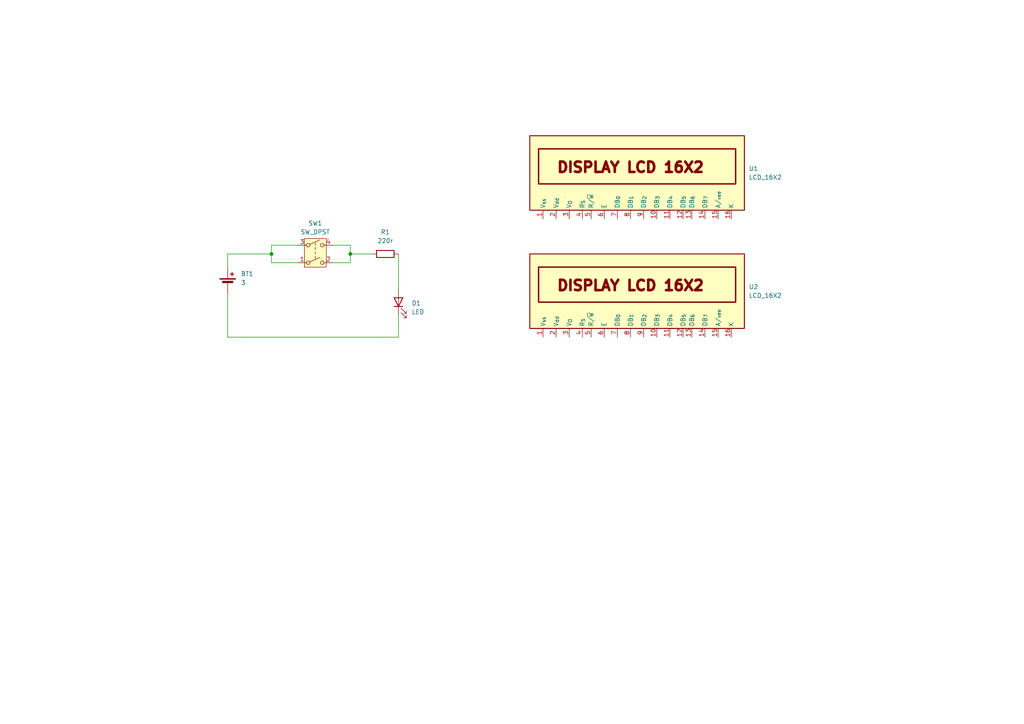
<source format=kicad_sch>
(kicad_sch
	(version 20231120)
	(generator "eeschema")
	(generator_version "8.0")
	(uuid "c0ea3d43-a3f7-4350-879c-bb04e86ffdf1")
	(paper "A4")
	(lib_symbols
		(symbol "Clemonini_Lbrary:DISPLAY_LCD_16X2"
			(exclude_from_sim no)
			(in_bom yes)
			(on_board yes)
			(property "Reference" "U"
				(at 1.016 22.86 0)
				(effects
					(font
						(size 1.27 1.27)
					)
				)
			)
			(property "Value" "LCD_16X2"
				(at 5.08 32.258 0)
				(effects
					(font
						(size 1.27 1.27)
					)
				)
			)
			(property "Footprint" ""
				(at 0 0 0)
				(effects
					(font
						(size 1.27 1.27)
					)
					(hide yes)
				)
			)
			(property "Datasheet" "https://www.vishay.com/docs/37423/lcd016n002l1.pdf"
				(at 27.432 25.908 0)
				(effects
					(font
						(size 1.27 1.27)
					)
					(hide yes)
				)
			)
			(property "Description" "Display lcd"
				(at 5.588 29.21 0)
				(effects
					(font
						(size 1.27 1.27)
					)
					(hide yes)
				)
			)
			(symbol "DISPLAY_LCD_16X2_0_1"
				(rectangle
					(start 10.16 3.81)
					(end 10.16 3.81)
					(stroke
						(width 0)
						(type default)
					)
					(fill
						(type none)
					)
				)
				(rectangle
					(start 62.23 16.51)
					(end 62.23 16.51)
					(stroke
						(width 0)
						(type default)
					)
					(fill
						(type none)
					)
				)
			)
			(symbol "DISPLAY_LCD_16X2_1_1"
				(rectangle
					(start 0 21.59)
					(end 62.23 0)
					(stroke
						(width 0.3)
						(type default)
					)
					(fill
						(type background)
					)
				)
				(rectangle
					(start 2.54 17.78)
					(end 59.69 7.62)
					(stroke
						(width 0.4)
						(type default)
					)
					(fill
						(type none)
					)
				)
				(text "DISPLAY LCD 16X2"
					(at 29.21 12.446 0)
					(effects
						(font
							(size 3 3)
							(thickness 1)
						)
					)
				)
				(pin power_out line
					(at 3.81 -2.54 90)
					(length 2.54)
					(name "V_{ss}"
						(effects
							(font
								(size 1.27 1.27)
							)
						)
					)
					(number "1"
						(effects
							(font
								(size 1.27 1.27)
							)
						)
					)
				)
				(pin bidirectional line
					(at 36.83 -2.54 90)
					(length 2.54)
					(name "DB_{3}"
						(effects
							(font
								(size 1.27 1.27)
							)
						)
					)
					(number "10"
						(effects
							(font
								(size 1.27 1.27)
							)
						)
					)
				)
				(pin bidirectional line
					(at 40.64 -2.54 90)
					(length 2.54)
					(name "DB_{4}"
						(effects
							(font
								(size 1.27 1.27)
							)
						)
					)
					(number "11"
						(effects
							(font
								(size 1.27 1.27)
							)
						)
					)
				)
				(pin bidirectional line
					(at 44.45 -2.54 90)
					(length 2.54)
					(name "DB_{5}"
						(effects
							(font
								(size 1.27 1.27)
							)
						)
					)
					(number "12"
						(effects
							(font
								(size 1.27 1.27)
							)
						)
					)
				)
				(pin bidirectional line
					(at 46.99 -2.54 90)
					(length 2.54)
					(name "DB_{6}"
						(effects
							(font
								(size 1.27 1.27)
							)
						)
					)
					(number "13"
						(effects
							(font
								(size 1.27 1.27)
							)
						)
					)
				)
				(pin bidirectional line
					(at 50.8 -2.54 90)
					(length 2.54)
					(name "DB_{7}"
						(effects
							(font
								(size 1.27 1.27)
							)
						)
					)
					(number "14"
						(effects
							(font
								(size 1.27 1.27)
							)
						)
					)
				)
				(pin power_in line
					(at 54.61 -2.54 90)
					(length 2.54)
					(name "A/_{vee}"
						(effects
							(font
								(size 1.27 1.27)
							)
						)
					)
					(number "15"
						(effects
							(font
								(size 1.27 1.27)
							)
						)
					)
				)
				(pin power_in line
					(at 58.42 -2.54 90)
					(length 2.54)
					(name "K"
						(effects
							(font
								(size 1.27 1.27)
							)
						)
					)
					(number "16"
						(effects
							(font
								(size 1.27 1.27)
							)
						)
					)
				)
				(pin power_in line
					(at 7.62 -2.54 90)
					(length 2.54)
					(name "V_{dd}"
						(effects
							(font
								(size 1.27 1.27)
							)
						)
					)
					(number "2"
						(effects
							(font
								(size 1.27 1.27)
							)
						)
					)
				)
				(pin input line
					(at 11.43 -2.54 90)
					(length 2.54)
					(name "V_{O}"
						(effects
							(font
								(size 1.27 1.27)
							)
						)
					)
					(number "3"
						(effects
							(font
								(size 1.27 1.27)
							)
						)
					)
				)
				(pin input line
					(at 15.24 -2.54 90)
					(length 2.54)
					(name "R_{S}"
						(effects
							(font
								(size 1.27 1.27)
							)
						)
					)
					(number "4"
						(effects
							(font
								(size 1.27 1.27)
							)
						)
					)
				)
				(pin input line
					(at 17.78 -2.54 90)
					(length 2.54)
					(name "R/~{W}"
						(effects
							(font
								(size 1.27 1.27)
							)
						)
					)
					(number "5"
						(effects
							(font
								(size 1.27 1.27)
							)
						)
					)
				)
				(pin bidirectional line
					(at 21.59 -2.54 90)
					(length 2.54)
					(name "E"
						(effects
							(font
								(size 1.27 1.27)
							)
						)
					)
					(number "6"
						(effects
							(font
								(size 1.27 1.27)
							)
						)
					)
				)
				(pin bidirectional line
					(at 25.4 -2.54 90)
					(length 2.54)
					(name "DB_{0}"
						(effects
							(font
								(size 1.27 1.27)
							)
						)
					)
					(number "7"
						(effects
							(font
								(size 1.27 1.27)
							)
						)
					)
				)
				(pin bidirectional line
					(at 29.21 -2.54 90)
					(length 2.54)
					(name "DB_{1}"
						(effects
							(font
								(size 1.27 1.27)
							)
						)
					)
					(number "8"
						(effects
							(font
								(size 1.27 1.27)
							)
						)
					)
				)
				(pin bidirectional line
					(at 33.02 -2.54 90)
					(length 2.54)
					(name "DB_{2}"
						(effects
							(font
								(size 1.27 1.27)
							)
						)
					)
					(number "9"
						(effects
							(font
								(size 1.27 1.27)
							)
						)
					)
				)
			)
		)
		(symbol "Device:Battery_Cell"
			(pin_numbers hide)
			(pin_names
				(offset 0) hide)
			(exclude_from_sim no)
			(in_bom yes)
			(on_board yes)
			(property "Reference" "BT"
				(at 2.54 2.54 0)
				(effects
					(font
						(size 1.27 1.27)
					)
					(justify left)
				)
			)
			(property "Value" "Battery_Cell"
				(at 2.54 0 0)
				(effects
					(font
						(size 1.27 1.27)
					)
					(justify left)
				)
			)
			(property "Footprint" ""
				(at 0 1.524 90)
				(effects
					(font
						(size 1.27 1.27)
					)
					(hide yes)
				)
			)
			(property "Datasheet" "~"
				(at 0 1.524 90)
				(effects
					(font
						(size 1.27 1.27)
					)
					(hide yes)
				)
			)
			(property "Description" "Single-cell battery"
				(at 0 0 0)
				(effects
					(font
						(size 1.27 1.27)
					)
					(hide yes)
				)
			)
			(property "ki_keywords" "battery cell"
				(at 0 0 0)
				(effects
					(font
						(size 1.27 1.27)
					)
					(hide yes)
				)
			)
			(symbol "Battery_Cell_0_1"
				(rectangle
					(start -2.286 1.778)
					(end 2.286 1.524)
					(stroke
						(width 0)
						(type default)
					)
					(fill
						(type outline)
					)
				)
				(rectangle
					(start -1.524 1.016)
					(end 1.524 0.508)
					(stroke
						(width 0)
						(type default)
					)
					(fill
						(type outline)
					)
				)
				(polyline
					(pts
						(xy 0 0.762) (xy 0 0)
					)
					(stroke
						(width 0)
						(type default)
					)
					(fill
						(type none)
					)
				)
				(polyline
					(pts
						(xy 0 1.778) (xy 0 2.54)
					)
					(stroke
						(width 0)
						(type default)
					)
					(fill
						(type none)
					)
				)
				(polyline
					(pts
						(xy 0.762 3.048) (xy 1.778 3.048)
					)
					(stroke
						(width 0.254)
						(type default)
					)
					(fill
						(type none)
					)
				)
				(polyline
					(pts
						(xy 1.27 3.556) (xy 1.27 2.54)
					)
					(stroke
						(width 0.254)
						(type default)
					)
					(fill
						(type none)
					)
				)
			)
			(symbol "Battery_Cell_1_1"
				(pin passive line
					(at 0 5.08 270)
					(length 2.54)
					(name "+"
						(effects
							(font
								(size 1.27 1.27)
							)
						)
					)
					(number "1"
						(effects
							(font
								(size 1.27 1.27)
							)
						)
					)
				)
				(pin passive line
					(at 0 -2.54 90)
					(length 2.54)
					(name "-"
						(effects
							(font
								(size 1.27 1.27)
							)
						)
					)
					(number "2"
						(effects
							(font
								(size 1.27 1.27)
							)
						)
					)
				)
			)
		)
		(symbol "Device:LED"
			(pin_numbers hide)
			(pin_names
				(offset 1.016) hide)
			(exclude_from_sim no)
			(in_bom yes)
			(on_board yes)
			(property "Reference" "D"
				(at 0 2.54 0)
				(effects
					(font
						(size 1.27 1.27)
					)
				)
			)
			(property "Value" "LED"
				(at 0 -2.54 0)
				(effects
					(font
						(size 1.27 1.27)
					)
				)
			)
			(property "Footprint" ""
				(at 0 0 0)
				(effects
					(font
						(size 1.27 1.27)
					)
					(hide yes)
				)
			)
			(property "Datasheet" "~"
				(at 0 0 0)
				(effects
					(font
						(size 1.27 1.27)
					)
					(hide yes)
				)
			)
			(property "Description" "Light emitting diode"
				(at 0 0 0)
				(effects
					(font
						(size 1.27 1.27)
					)
					(hide yes)
				)
			)
			(property "ki_keywords" "LED diode"
				(at 0 0 0)
				(effects
					(font
						(size 1.27 1.27)
					)
					(hide yes)
				)
			)
			(property "ki_fp_filters" "LED* LED_SMD:* LED_THT:*"
				(at 0 0 0)
				(effects
					(font
						(size 1.27 1.27)
					)
					(hide yes)
				)
			)
			(symbol "LED_0_1"
				(polyline
					(pts
						(xy -1.27 -1.27) (xy -1.27 1.27)
					)
					(stroke
						(width 0.254)
						(type default)
					)
					(fill
						(type none)
					)
				)
				(polyline
					(pts
						(xy -1.27 0) (xy 1.27 0)
					)
					(stroke
						(width 0)
						(type default)
					)
					(fill
						(type none)
					)
				)
				(polyline
					(pts
						(xy 1.27 -1.27) (xy 1.27 1.27) (xy -1.27 0) (xy 1.27 -1.27)
					)
					(stroke
						(width 0.254)
						(type default)
					)
					(fill
						(type none)
					)
				)
				(polyline
					(pts
						(xy -3.048 -0.762) (xy -4.572 -2.286) (xy -3.81 -2.286) (xy -4.572 -2.286) (xy -4.572 -1.524)
					)
					(stroke
						(width 0)
						(type default)
					)
					(fill
						(type none)
					)
				)
				(polyline
					(pts
						(xy -1.778 -0.762) (xy -3.302 -2.286) (xy -2.54 -2.286) (xy -3.302 -2.286) (xy -3.302 -1.524)
					)
					(stroke
						(width 0)
						(type default)
					)
					(fill
						(type none)
					)
				)
			)
			(symbol "LED_1_1"
				(pin passive line
					(at -3.81 0 0)
					(length 2.54)
					(name "K"
						(effects
							(font
								(size 1.27 1.27)
							)
						)
					)
					(number "1"
						(effects
							(font
								(size 1.27 1.27)
							)
						)
					)
				)
				(pin passive line
					(at 3.81 0 180)
					(length 2.54)
					(name "A"
						(effects
							(font
								(size 1.27 1.27)
							)
						)
					)
					(number "2"
						(effects
							(font
								(size 1.27 1.27)
							)
						)
					)
				)
			)
		)
		(symbol "Device:R"
			(pin_numbers hide)
			(pin_names
				(offset 0)
			)
			(exclude_from_sim no)
			(in_bom yes)
			(on_board yes)
			(property "Reference" "R"
				(at 2.032 0 90)
				(effects
					(font
						(size 1.27 1.27)
					)
				)
			)
			(property "Value" "R"
				(at 0 0 90)
				(effects
					(font
						(size 1.27 1.27)
					)
				)
			)
			(property "Footprint" ""
				(at -1.778 0 90)
				(effects
					(font
						(size 1.27 1.27)
					)
					(hide yes)
				)
			)
			(property "Datasheet" "~"
				(at 0 0 0)
				(effects
					(font
						(size 1.27 1.27)
					)
					(hide yes)
				)
			)
			(property "Description" "Resistor"
				(at 0 0 0)
				(effects
					(font
						(size 1.27 1.27)
					)
					(hide yes)
				)
			)
			(property "ki_keywords" "R res resistor"
				(at 0 0 0)
				(effects
					(font
						(size 1.27 1.27)
					)
					(hide yes)
				)
			)
			(property "ki_fp_filters" "R_*"
				(at 0 0 0)
				(effects
					(font
						(size 1.27 1.27)
					)
					(hide yes)
				)
			)
			(symbol "R_0_1"
				(rectangle
					(start -1.016 -2.54)
					(end 1.016 2.54)
					(stroke
						(width 0.254)
						(type default)
					)
					(fill
						(type none)
					)
				)
			)
			(symbol "R_1_1"
				(pin passive line
					(at 0 3.81 270)
					(length 1.27)
					(name "~"
						(effects
							(font
								(size 1.27 1.27)
							)
						)
					)
					(number "1"
						(effects
							(font
								(size 1.27 1.27)
							)
						)
					)
				)
				(pin passive line
					(at 0 -3.81 90)
					(length 1.27)
					(name "~"
						(effects
							(font
								(size 1.27 1.27)
							)
						)
					)
					(number "2"
						(effects
							(font
								(size 1.27 1.27)
							)
						)
					)
				)
			)
		)
		(symbol "Switch:SW_DPST"
			(pin_names
				(offset 0) hide)
			(exclude_from_sim no)
			(in_bom yes)
			(on_board yes)
			(property "Reference" "SW"
				(at 0 6.35 0)
				(effects
					(font
						(size 1.27 1.27)
					)
				)
			)
			(property "Value" "SW_DPST"
				(at 0 -5.08 0)
				(effects
					(font
						(size 1.27 1.27)
					)
				)
			)
			(property "Footprint" ""
				(at 0 0 0)
				(effects
					(font
						(size 1.27 1.27)
					)
					(hide yes)
				)
			)
			(property "Datasheet" "~"
				(at 0 0 0)
				(effects
					(font
						(size 1.27 1.27)
					)
					(hide yes)
				)
			)
			(property "Description" "Double Pole Single Throw (DPST) Switch"
				(at 0 0 0)
				(effects
					(font
						(size 1.27 1.27)
					)
					(hide yes)
				)
			)
			(property "ki_keywords" "switch dual double-pole single-throw OFF-ON"
				(at 0 0 0)
				(effects
					(font
						(size 1.27 1.27)
					)
					(hide yes)
				)
			)
			(symbol "SW_DPST_0_0"
				(circle
					(center -2.032 -2.54)
					(radius 0.508)
					(stroke
						(width 0)
						(type default)
					)
					(fill
						(type none)
					)
				)
				(circle
					(center -2.032 2.54)
					(radius 0.508)
					(stroke
						(width 0)
						(type default)
					)
					(fill
						(type none)
					)
				)
				(polyline
					(pts
						(xy -1.524 -2.286) (xy 1.27 -1.016)
					)
					(stroke
						(width 0)
						(type default)
					)
					(fill
						(type none)
					)
				)
				(polyline
					(pts
						(xy -1.524 2.794) (xy 1.27 4.064)
					)
					(stroke
						(width 0)
						(type default)
					)
					(fill
						(type none)
					)
				)
				(polyline
					(pts
						(xy 0 -1.27) (xy 0 -0.635)
					)
					(stroke
						(width 0)
						(type default)
					)
					(fill
						(type none)
					)
				)
				(polyline
					(pts
						(xy 0 0) (xy 0 0.635)
					)
					(stroke
						(width 0)
						(type default)
					)
					(fill
						(type none)
					)
				)
				(polyline
					(pts
						(xy 0 1.27) (xy 0 1.905)
					)
					(stroke
						(width 0)
						(type default)
					)
					(fill
						(type none)
					)
				)
				(polyline
					(pts
						(xy 0 2.54) (xy 0 3.175)
					)
					(stroke
						(width 0)
						(type default)
					)
					(fill
						(type none)
					)
				)
				(circle
					(center 2.032 -2.54)
					(radius 0.508)
					(stroke
						(width 0)
						(type default)
					)
					(fill
						(type none)
					)
				)
				(circle
					(center 2.032 2.54)
					(radius 0.508)
					(stroke
						(width 0)
						(type default)
					)
					(fill
						(type none)
					)
				)
			)
			(symbol "SW_DPST_1_1"
				(rectangle
					(start -3.175 4.445)
					(end 3.175 -3.81)
					(stroke
						(width 0)
						(type default)
					)
					(fill
						(type background)
					)
				)
				(pin passive line
					(at -5.08 -2.54 0)
					(length 2.54)
					(name "1"
						(effects
							(font
								(size 1.27 1.27)
							)
						)
					)
					(number "1"
						(effects
							(font
								(size 1.27 1.27)
							)
						)
					)
				)
				(pin passive line
					(at 5.08 -2.54 180)
					(length 2.54)
					(name "2"
						(effects
							(font
								(size 1.27 1.27)
							)
						)
					)
					(number "2"
						(effects
							(font
								(size 1.27 1.27)
							)
						)
					)
				)
				(pin passive line
					(at -5.08 2.54 0)
					(length 2.54)
					(name "3"
						(effects
							(font
								(size 1.27 1.27)
							)
						)
					)
					(number "3"
						(effects
							(font
								(size 1.27 1.27)
							)
						)
					)
				)
				(pin passive line
					(at 5.08 2.54 180)
					(length 2.54)
					(name "4"
						(effects
							(font
								(size 1.27 1.27)
							)
						)
					)
					(number "4"
						(effects
							(font
								(size 1.27 1.27)
							)
						)
					)
				)
			)
		)
	)
	(junction
		(at 78.74 73.66)
		(diameter 0)
		(color 0 0 0 0)
		(uuid "2e8f177e-8467-440b-9acd-4dd422257c1f")
	)
	(junction
		(at 101.6 73.66)
		(diameter 0)
		(color 0 0 0 0)
		(uuid "f4cc369a-a033-41ba-bad5-11213753033f")
	)
	(wire
		(pts
			(xy 66.04 77.47) (xy 66.04 73.66)
		)
		(stroke
			(width 0)
			(type default)
		)
		(uuid "11260f62-7f70-4599-ae32-021af8864b74")
	)
	(wire
		(pts
			(xy 115.57 73.66) (xy 115.57 83.82)
		)
		(stroke
			(width 0)
			(type default)
		)
		(uuid "140c4852-b7d2-4f2d-8460-0e0aaceefb1b")
	)
	(wire
		(pts
			(xy 96.52 71.12) (xy 101.6 71.12)
		)
		(stroke
			(width 0)
			(type default)
		)
		(uuid "148ade14-b514-4655-b23c-822fb617543d")
	)
	(wire
		(pts
			(xy 78.74 71.12) (xy 78.74 73.66)
		)
		(stroke
			(width 0)
			(type default)
		)
		(uuid "34d33a56-f9e8-42e2-a5e0-50386adb4bf0")
	)
	(wire
		(pts
			(xy 66.04 97.79) (xy 66.04 85.09)
		)
		(stroke
			(width 0)
			(type default)
		)
		(uuid "4c2c808b-00bf-4755-854f-3de167cb4f1e")
	)
	(wire
		(pts
			(xy 86.36 76.2) (xy 78.74 76.2)
		)
		(stroke
			(width 0)
			(type default)
		)
		(uuid "5ebbedeb-cc8f-434d-946c-0a1ed8e0d9e3")
	)
	(wire
		(pts
			(xy 101.6 73.66) (xy 101.6 76.2)
		)
		(stroke
			(width 0)
			(type default)
		)
		(uuid "74ec4952-f437-4077-8761-334b4eb34272")
	)
	(wire
		(pts
			(xy 101.6 73.66) (xy 107.95 73.66)
		)
		(stroke
			(width 0)
			(type default)
		)
		(uuid "a5342c05-1cfa-4450-b70a-09960b372758")
	)
	(wire
		(pts
			(xy 101.6 71.12) (xy 101.6 73.66)
		)
		(stroke
			(width 0)
			(type default)
		)
		(uuid "aef16675-d845-484d-8b9d-8e035d39f029")
	)
	(wire
		(pts
			(xy 78.74 73.66) (xy 78.74 76.2)
		)
		(stroke
			(width 0)
			(type default)
		)
		(uuid "b8e46586-20bc-42f1-9306-937a872cd0d0")
	)
	(wire
		(pts
			(xy 66.04 73.66) (xy 78.74 73.66)
		)
		(stroke
			(width 0)
			(type default)
		)
		(uuid "bc26ee5f-5da0-444b-ad05-a916f7f28f2a")
	)
	(wire
		(pts
			(xy 115.57 91.44) (xy 115.57 97.79)
		)
		(stroke
			(width 0)
			(type default)
		)
		(uuid "c354ef4f-f98c-4d46-bb48-f521ff1f257f")
	)
	(wire
		(pts
			(xy 115.57 97.79) (xy 66.04 97.79)
		)
		(stroke
			(width 0)
			(type default)
		)
		(uuid "c623dd6a-843b-4455-b248-0120fd250d25")
	)
	(wire
		(pts
			(xy 101.6 76.2) (xy 96.52 76.2)
		)
		(stroke
			(width 0)
			(type default)
		)
		(uuid "d15e3725-6590-4942-bbc4-28bb6626fb42")
	)
	(wire
		(pts
			(xy 86.36 71.12) (xy 78.74 71.12)
		)
		(stroke
			(width 0)
			(type default)
		)
		(uuid "e2b6d4cd-e856-44d2-8f57-5ab386e7f419")
	)
	(symbol
		(lib_id "Device:Battery_Cell")
		(at 66.04 82.55 0)
		(unit 1)
		(exclude_from_sim no)
		(in_bom yes)
		(on_board yes)
		(dnp no)
		(fields_autoplaced yes)
		(uuid "0ca2a27a-1399-4cef-943f-4498098a3822")
		(property "Reference" "BT1"
			(at 69.85 79.4384 0)
			(effects
				(font
					(size 1.27 1.27)
				)
				(justify left)
			)
		)
		(property "Value" "3"
			(at 69.85 81.9784 0)
			(effects
				(font
					(size 1.27 1.27)
				)
				(justify left)
			)
		)
		(property "Footprint" "Battery:Battery_CR1225"
			(at 66.04 81.026 90)
			(effects
				(font
					(size 1.27 1.27)
				)
				(hide yes)
			)
		)
		(property "Datasheet" "~"
			(at 66.04 81.026 90)
			(effects
				(font
					(size 1.27 1.27)
				)
				(hide yes)
			)
		)
		(property "Description" "Single-cell battery"
			(at 66.04 82.55 0)
			(effects
				(font
					(size 1.27 1.27)
				)
				(hide yes)
			)
		)
		(pin "1"
			(uuid "482ceb4b-0c19-4bec-b4ba-91d5c6f69b00")
		)
		(pin "2"
			(uuid "ec611f81-695f-46e3-801d-5ab838e06e50")
		)
		(instances
			(project ""
				(path "/c0ea3d43-a3f7-4350-879c-bb04e86ffdf1"
					(reference "BT1")
					(unit 1)
				)
			)
		)
	)
	(symbol
		(lib_id "Clemonini_Lbrary:DISPLAY_LCD_16X2")
		(at 153.67 60.96 0)
		(unit 1)
		(exclude_from_sim no)
		(in_bom yes)
		(on_board yes)
		(dnp no)
		(fields_autoplaced yes)
		(uuid "12b77a82-5c36-48b8-a3ff-10e3e5400819")
		(property "Reference" "U1"
			(at 217.17 48.8949 0)
			(effects
				(font
					(size 1.27 1.27)
				)
				(justify left)
			)
		)
		(property "Value" "LCD_16X2"
			(at 217.17 51.4349 0)
			(effects
				(font
					(size 1.27 1.27)
				)
				(justify left)
			)
		)
		(property "Footprint" ""
			(at 153.67 60.96 0)
			(effects
				(font
					(size 1.27 1.27)
				)
				(hide yes)
			)
		)
		(property "Datasheet" "https://www.vishay.com/docs/37423/lcd016n002l1.pdf"
			(at 181.102 35.052 0)
			(effects
				(font
					(size 1.27 1.27)
				)
				(hide yes)
			)
		)
		(property "Description" "Display lcd"
			(at 159.258 31.75 0)
			(effects
				(font
					(size 1.27 1.27)
				)
				(hide yes)
			)
		)
		(pin "16"
			(uuid "dfe88510-5ec5-4376-b3df-afe4ff34d92f")
		)
		(pin "5"
			(uuid "6a0ac3d0-1045-4124-a379-768f55c91245")
		)
		(pin "14"
			(uuid "bd3e3826-6ea1-4426-bcdb-b26d25a3a8f8")
		)
		(pin "9"
			(uuid "dfd8a2ec-a152-4236-988f-930829ec0f37")
		)
		(pin "12"
			(uuid "1f71c35d-5fb9-446f-901f-9bdadfdeac72")
		)
		(pin "3"
			(uuid "238fad0a-a698-4321-9024-5ec17b16fdee")
		)
		(pin "7"
			(uuid "97ad7e1b-278d-46a7-a6a5-03946357ab9c")
		)
		(pin "10"
			(uuid "b4dfb979-a56f-421a-9783-7b6c7c03d34d")
		)
		(pin "8"
			(uuid "2df4a641-e0c4-4c02-8a6f-d50ba1959037")
		)
		(pin "2"
			(uuid "c5f2a5ef-a58a-4316-98d0-3f03cb8aba9c")
		)
		(pin "13"
			(uuid "057664a5-da19-446a-8962-b780428dc813")
		)
		(pin "6"
			(uuid "05bcc19d-1a86-45b9-8304-34da12ba8bad")
		)
		(pin "4"
			(uuid "97ab2fa2-d157-49f6-a0a5-035ef52f4c88")
		)
		(pin "11"
			(uuid "e5f42660-75a6-4bfc-9143-b97f7eb4337b")
		)
		(pin "1"
			(uuid "6796cd15-d23f-4641-ab18-a36e5e0b7e21")
		)
		(pin "15"
			(uuid "e53cde94-d66f-4920-82bd-28b73b90d286")
		)
		(instances
			(project ""
				(path "/c0ea3d43-a3f7-4350-879c-bb04e86ffdf1"
					(reference "U1")
					(unit 1)
				)
			)
		)
	)
	(symbol
		(lib_id "Device:LED")
		(at 115.57 87.63 90)
		(unit 1)
		(exclude_from_sim no)
		(in_bom yes)
		(on_board yes)
		(dnp no)
		(fields_autoplaced yes)
		(uuid "3d269038-3e58-46e8-b773-b2ce10b1c86a")
		(property "Reference" "D1"
			(at 119.38 87.9474 90)
			(effects
				(font
					(size 1.27 1.27)
				)
				(justify right)
			)
		)
		(property "Value" "LED"
			(at 119.38 90.4874 90)
			(effects
				(font
					(size 1.27 1.27)
				)
				(justify right)
			)
		)
		(property "Footprint" "LED_THT:LED_D5.0mm"
			(at 115.57 87.63 0)
			(effects
				(font
					(size 1.27 1.27)
				)
				(hide yes)
			)
		)
		(property "Datasheet" "~"
			(at 115.57 87.63 0)
			(effects
				(font
					(size 1.27 1.27)
				)
				(hide yes)
			)
		)
		(property "Description" "Light emitting diode"
			(at 115.57 87.63 0)
			(effects
				(font
					(size 1.27 1.27)
				)
				(hide yes)
			)
		)
		(pin "2"
			(uuid "4ad07ba6-7a5f-42d2-bcc0-84e0a57b8f88")
		)
		(pin "1"
			(uuid "b9df5f43-cd30-4951-ae47-f1166370f774")
		)
		(instances
			(project ""
				(path "/c0ea3d43-a3f7-4350-879c-bb04e86ffdf1"
					(reference "D1")
					(unit 1)
				)
			)
		)
	)
	(symbol
		(lib_id "Device:R")
		(at 111.76 73.66 90)
		(unit 1)
		(exclude_from_sim no)
		(in_bom yes)
		(on_board yes)
		(dnp no)
		(fields_autoplaced yes)
		(uuid "53105d02-9215-4aa5-b64c-e56c6e3e265a")
		(property "Reference" "R1"
			(at 111.76 67.31 90)
			(effects
				(font
					(size 1.27 1.27)
				)
			)
		)
		(property "Value" "220r"
			(at 111.76 69.85 90)
			(effects
				(font
					(size 1.27 1.27)
				)
			)
		)
		(property "Footprint" ""
			(at 111.76 75.438 90)
			(effects
				(font
					(size 1.27 1.27)
				)
				(hide yes)
			)
		)
		(property "Datasheet" "~"
			(at 111.76 73.66 0)
			(effects
				(font
					(size 1.27 1.27)
				)
				(hide yes)
			)
		)
		(property "Description" "Resistor"
			(at 111.76 73.66 0)
			(effects
				(font
					(size 1.27 1.27)
				)
				(hide yes)
			)
		)
		(pin "2"
			(uuid "47393e22-a75d-48b5-9288-97b5ea765876")
		)
		(pin "1"
			(uuid "2fde90c8-6325-4de4-8f17-b03c1c1fb827")
		)
		(instances
			(project ""
				(path "/c0ea3d43-a3f7-4350-879c-bb04e86ffdf1"
					(reference "R1")
					(unit 1)
				)
			)
		)
	)
	(symbol
		(lib_id "Clemonini_Lbrary:DISPLAY_LCD_16X2")
		(at 153.67 95.25 0)
		(unit 1)
		(exclude_from_sim no)
		(in_bom yes)
		(on_board yes)
		(dnp no)
		(fields_autoplaced yes)
		(uuid "7ec572c2-5b5b-44fa-8275-f2119126b73b")
		(property "Reference" "U2"
			(at 217.17 83.1849 0)
			(effects
				(font
					(size 1.27 1.27)
				)
				(justify left)
			)
		)
		(property "Value" "LCD_16X2"
			(at 217.17 85.7249 0)
			(effects
				(font
					(size 1.27 1.27)
				)
				(justify left)
			)
		)
		(property "Footprint" ""
			(at 153.67 95.25 0)
			(effects
				(font
					(size 1.27 1.27)
				)
				(hide yes)
			)
		)
		(property "Datasheet" "https://www.vishay.com/docs/37423/lcd016n002l1.pdf"
			(at 181.102 69.342 0)
			(effects
				(font
					(size 1.27 1.27)
				)
				(hide yes)
			)
		)
		(property "Description" "Display lcd"
			(at 159.258 66.04 0)
			(effects
				(font
					(size 1.27 1.27)
				)
				(hide yes)
			)
		)
		(pin "7"
			(uuid "38458bd3-0174-4137-892c-c92d3a0cb2ad")
		)
		(pin "8"
			(uuid "ad45ac86-d88e-4646-afd0-cf8be7764eb9")
		)
		(pin "4"
			(uuid "156bb35d-97d6-40e0-99bd-1099bce0397f")
		)
		(pin "14"
			(uuid "b4dbbeb8-8f46-4fa1-9bb0-3ee459c03898")
		)
		(pin "10"
			(uuid "b3dacb16-8fcd-4bf5-bb19-82270e43317d")
		)
		(pin "5"
			(uuid "b71f0ca6-e7c7-4cd0-8118-e2f801a2a106")
		)
		(pin "6"
			(uuid "6597c56e-7af6-4a37-8e2b-b18492d4ed4b")
		)
		(pin "13"
			(uuid "ac063c84-9060-4f37-933d-08d8f16f65b1")
		)
		(pin "15"
			(uuid "baf4ba18-26bf-4705-a235-31e6fe077c5e")
		)
		(pin "11"
			(uuid "ed4edd19-53fb-42a8-a4f7-e47a0874c34e")
		)
		(pin "9"
			(uuid "e94c8c91-f77c-4f5d-bc6f-ade968f38956")
		)
		(pin "12"
			(uuid "a85f0f95-1e7e-4331-a99a-24312d659cc7")
		)
		(pin "16"
			(uuid "76982019-d7b8-4833-b257-ef67a17770e6")
		)
		(pin "1"
			(uuid "09e4b728-3f74-4628-aabc-98d932f4265a")
		)
		(pin "2"
			(uuid "5accb182-e073-4297-9fd7-79e0b3e5f3de")
		)
		(pin "3"
			(uuid "48fd66ca-10f7-4080-8385-86914944d1c4")
		)
		(instances
			(project ""
				(path "/c0ea3d43-a3f7-4350-879c-bb04e86ffdf1"
					(reference "U2")
					(unit 1)
				)
			)
		)
	)
	(symbol
		(lib_id "Switch:SW_DPST")
		(at 91.44 73.66 0)
		(unit 1)
		(exclude_from_sim no)
		(in_bom yes)
		(on_board yes)
		(dnp no)
		(fields_autoplaced yes)
		(uuid "83c11031-cef0-4240-99d1-5ee15be61128")
		(property "Reference" "SW1"
			(at 91.44 64.77 0)
			(effects
				(font
					(size 1.27 1.27)
				)
			)
		)
		(property "Value" "SW_DPST"
			(at 91.44 67.31 0)
			(effects
				(font
					(size 1.27 1.27)
				)
			)
		)
		(property "Footprint" ""
			(at 91.44 73.66 0)
			(effects
				(font
					(size 1.27 1.27)
				)
				(hide yes)
			)
		)
		(property "Datasheet" "~"
			(at 91.44 73.66 0)
			(effects
				(font
					(size 1.27 1.27)
				)
				(hide yes)
			)
		)
		(property "Description" "Double Pole Single Throw (DPST) Switch"
			(at 91.44 73.66 0)
			(effects
				(font
					(size 1.27 1.27)
				)
				(hide yes)
			)
		)
		(pin "2"
			(uuid "0cc5696a-bdbd-428d-baa5-97e93d48269d")
		)
		(pin "1"
			(uuid "9a386a88-967d-4039-aa76-7b7d37f259f0")
		)
		(pin "3"
			(uuid "f556f3ae-02f7-493a-8351-2c404c402608")
		)
		(pin "4"
			(uuid "068339ff-0837-450d-b445-f607bb76bb65")
		)
		(instances
			(project ""
				(path "/c0ea3d43-a3f7-4350-879c-bb04e86ffdf1"
					(reference "SW1")
					(unit 1)
				)
			)
		)
	)
	(sheet_instances
		(path "/"
			(page "1")
		)
	)
)

</source>
